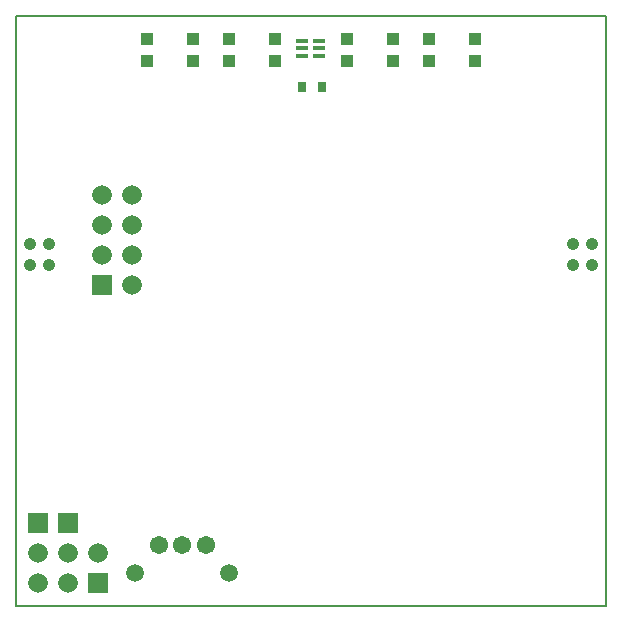
<source format=gbs>
G04 #@! TF.FileFunction,Soldermask,Bot*
%FSLAX46Y46*%
G04 Gerber Fmt 4.6, Leading zero omitted, Abs format (unit mm)*
G04 Created by KiCad (PCBNEW (2016-01-20 BZR 6502, Git 4c1d9af)-product) date Mon 29 Feb 2016 08:28:28 AM EST*
%MOMM*%
G01*
G04 APERTURE LIST*
%ADD10C,0.100000*%
%ADD11C,0.150000*%
%ADD12R,0.770000X0.970000*%
%ADD13R,1.670000X1.670000*%
%ADD14C,1.670000*%
%ADD15C,1.544000*%
%ADD16C,1.520000*%
%ADD17R,1.120000X1.020000*%
%ADD18C,1.075599*%
%ADD19R,1.020000X0.420000*%
G04 APERTURE END LIST*
D10*
D11*
X150000000Y-100000000D02*
X150000000Y-50000000D01*
X100000000Y-100000000D02*
X150000000Y-100000000D01*
X100000000Y-50000000D02*
X100000000Y-100000000D01*
X100000000Y-50000000D02*
X150000000Y-50000000D01*
D12*
X124200000Y-56000000D03*
X125900000Y-56000000D03*
D13*
X101858000Y-92926000D03*
D14*
X101858000Y-95466000D03*
X101858000Y-98006000D03*
D13*
X106938000Y-98006000D03*
D14*
X106938000Y-95466000D03*
D13*
X104398000Y-92926000D03*
D14*
X104398000Y-95466000D03*
X104398000Y-98006000D03*
D15*
X112100000Y-94800000D03*
X114100000Y-94800000D03*
X116100000Y-94800000D03*
D16*
X110100000Y-97200000D03*
X118100000Y-97200000D03*
D17*
X111100000Y-52000000D03*
X115000000Y-52000000D03*
X115000000Y-53800000D03*
X111100000Y-53800000D03*
D18*
X101200000Y-71100000D03*
X102800000Y-71100000D03*
X102800000Y-69300000D03*
X101200000Y-69300000D03*
D17*
X118050000Y-52000000D03*
X121950000Y-52000000D03*
X121950000Y-53800000D03*
X118050000Y-53800000D03*
D19*
X124200000Y-53400000D03*
X124200000Y-52750000D03*
X124200000Y-52100000D03*
X125700000Y-52100000D03*
X125700000Y-52750000D03*
X125700000Y-53400000D03*
D17*
X128050000Y-52000000D03*
X131950000Y-52000000D03*
X131950000Y-53800000D03*
X128050000Y-53800000D03*
X135000000Y-52000000D03*
X138900000Y-52000000D03*
X138900000Y-53800000D03*
X135000000Y-53800000D03*
D18*
X147200000Y-71100000D03*
X148800000Y-71100000D03*
X148800000Y-69300000D03*
X147200000Y-69300000D03*
D13*
X107300000Y-72800000D03*
D14*
X109840000Y-72800000D03*
X107300000Y-70260000D03*
X109840000Y-70260000D03*
X107300000Y-67720000D03*
X109840000Y-67720000D03*
X107300000Y-65180000D03*
X109840000Y-65180000D03*
M02*

</source>
